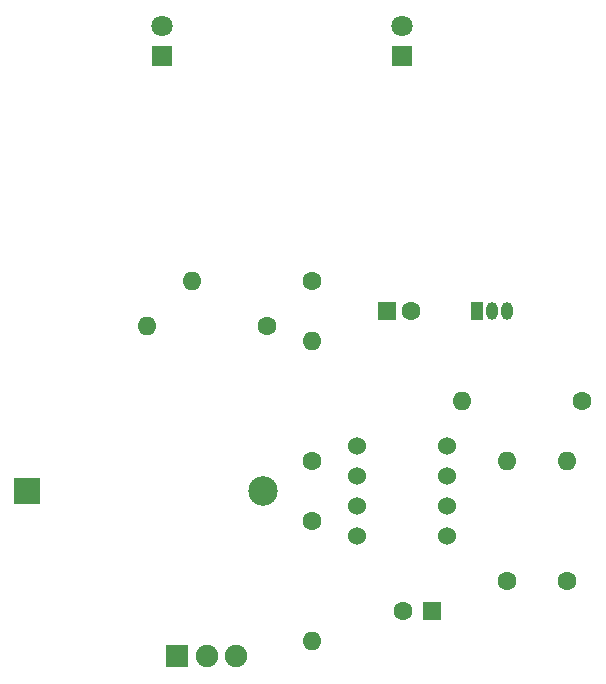
<source format=gbl>
G04 #@! TF.GenerationSoftware,KiCad,Pcbnew,(5.1.5-0-10_14)*
G04 #@! TF.CreationDate,2019-12-18T22:01:42+01:00*
G04 #@! TF.ProjectId,ghost,67686f73-742e-46b6-9963-61645f706362,v1.0.0*
G04 #@! TF.SameCoordinates,Original*
G04 #@! TF.FileFunction,Copper,L2,Bot*
G04 #@! TF.FilePolarity,Positive*
%FSLAX46Y46*%
G04 Gerber Fmt 4.6, Leading zero omitted, Abs format (unit mm)*
G04 Created by KiCad (PCBNEW (5.1.5-0-10_14)) date 2019-12-18 22:01:42*
%MOMM*%
%LPD*%
G04 APERTURE LIST*
%ADD10R,2.170000X2.170000*%
%ADD11C,2.500000*%
%ADD12R,1.600000X1.600000*%
%ADD13C,1.600000*%
%ADD14C,1.800000*%
%ADD15R,1.800000X1.800000*%
%ADD16O,1.000000X1.500000*%
%ADD17R,1.000000X1.500000*%
%ADD18O,1.600000X1.600000*%
%ADD19R,1.900000X1.900000*%
%ADD20C,1.900000*%
%ADD21C,1.524000*%
G04 APERTURE END LIST*
D10*
X132080000Y-109220000D03*
D11*
X152080000Y-109220000D03*
D12*
X162560000Y-93980000D03*
D13*
X164560000Y-93980000D03*
D12*
X166370000Y-119380000D03*
D13*
X163870000Y-119380000D03*
D14*
X143510000Y-69850000D03*
D15*
X143510000Y-72390000D03*
D14*
X163830000Y-69850000D03*
D15*
X163830000Y-72390000D03*
D16*
X171450000Y-93980000D03*
X172720000Y-93980000D03*
D17*
X170180000Y-93980000D03*
D13*
X156210000Y-111760000D03*
D18*
X156210000Y-121920000D03*
X156210000Y-96520000D03*
D13*
X156210000Y-106680000D03*
X172720000Y-116840000D03*
D18*
X172720000Y-106680000D03*
X177800000Y-106680000D03*
D13*
X177800000Y-116840000D03*
X179070000Y-101600000D03*
D18*
X168910000Y-101600000D03*
D13*
X152400000Y-95250000D03*
D18*
X142240000Y-95250000D03*
X146050000Y-91440000D03*
D13*
X156210000Y-91440000D03*
D19*
X144780000Y-123190000D03*
D20*
X147280000Y-123190000D03*
X149780000Y-123190000D03*
D21*
X167640000Y-113030000D03*
X167640000Y-110490000D03*
X167640000Y-107950000D03*
X167640000Y-105410000D03*
X160020000Y-105410000D03*
X160020000Y-107950000D03*
X160020000Y-110490000D03*
X160020000Y-113030000D03*
M02*

</source>
